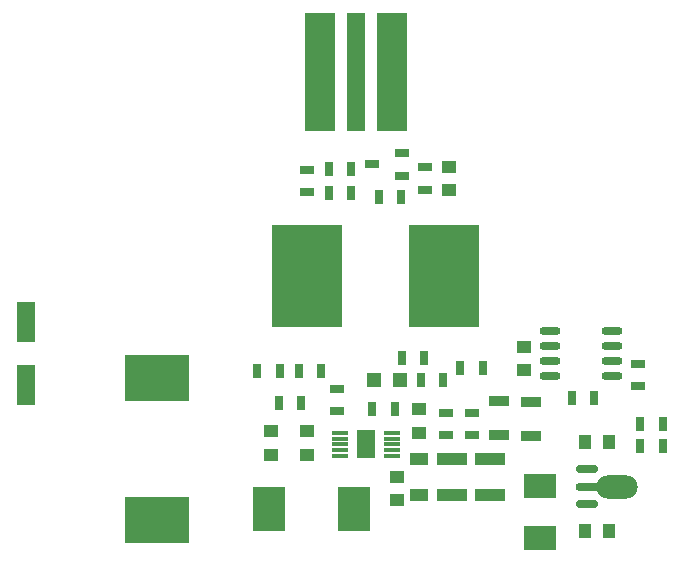
<source format=gbr>
%TF.GenerationSoftware,KiCad,Pcbnew,(5.1.4)-1*%
%TF.CreationDate,2020-02-28T22:37:56+08:00*%
%TF.ProjectId,power,706f7765-722e-46b6-9963-61645f706362,rev?*%
%TF.SameCoordinates,Original*%
%TF.FileFunction,Paste,Top*%
%TF.FilePolarity,Positive*%
%FSLAX46Y46*%
G04 Gerber Fmt 4.6, Leading zero omitted, Abs format (unit mm)*
G04 Created by KiCad (PCBNEW (5.1.4)-1) date 2020-02-28 22:37:56*
%MOMM*%
%LPD*%
G04 APERTURE LIST*
%ADD10R,1.000000X1.250000*%
%ADD11R,2.794000X3.810000*%
%ADD12R,1.650000X2.380000*%
%ADD13R,1.450000X0.300000*%
%ADD14O,1.800000X0.700000*%
%ADD15O,1.900000X0.700000*%
%ADD16O,3.500000X2.000000*%
%ADD17O,2.100000X0.700000*%
%ADD18R,1.300000X0.700000*%
%ADD19R,0.700000X1.300000*%
%ADD20R,6.000000X8.750000*%
%ADD21R,2.500000X10.000000*%
%ADD22R,1.600000X10.000000*%
%ADD23R,1.250000X0.700000*%
%ADD24R,5.400000X3.900000*%
%ADD25R,1.700000X0.900000*%
%ADD26R,1.200000X1.200000*%
%ADD27R,2.743000X2.159000*%
%ADD28R,1.600000X3.500000*%
%ADD29R,1.250000X1.000000*%
%ADD30R,2.500000X1.000000*%
%ADD31R,1.600000X1.000000*%
G04 APERTURE END LIST*
D10*
X75345000Y-64803000D03*
X73345000Y-64803000D03*
D11*
X46631500Y-63000000D03*
X53768500Y-63000000D03*
D12*
X54800000Y-57500001D03*
D13*
X52600000Y-58500001D03*
X52600000Y-58000001D03*
X52600000Y-57500001D03*
X52600000Y-57000001D03*
X57000000Y-56500001D03*
X57000000Y-57000001D03*
X57000000Y-57500001D03*
X57000000Y-58000001D03*
X52600000Y-56500001D03*
X57000000Y-58500001D03*
D14*
X75600000Y-47895000D03*
X75600000Y-49165000D03*
X75600000Y-50435000D03*
X75600000Y-51705000D03*
X70400000Y-51705000D03*
X70400000Y-50435000D03*
X70400000Y-49165000D03*
X70400000Y-47895000D03*
D15*
X73545000Y-62574000D03*
D16*
X76045000Y-61074000D03*
D17*
X73645000Y-61074000D03*
D15*
X73545000Y-59574000D03*
D18*
X52324000Y-54671000D03*
X52324000Y-52771000D03*
D19*
X51000000Y-51250000D03*
X49100000Y-51250000D03*
X47500000Y-51250000D03*
X45600000Y-51250000D03*
X61350000Y-52070000D03*
X59450000Y-52070000D03*
X57850000Y-50200000D03*
X59750000Y-50200000D03*
X55350000Y-54500000D03*
X57250000Y-54500000D03*
X47437000Y-53975000D03*
X49337000Y-53975000D03*
D20*
X61400000Y-43250000D03*
X49800000Y-43250000D03*
D19*
X62804000Y-51054000D03*
X64704000Y-51054000D03*
D18*
X61550000Y-54800000D03*
X61550000Y-56700000D03*
X63800000Y-54800000D03*
X63800000Y-56700000D03*
D19*
X74150000Y-53600000D03*
X72250000Y-53600000D03*
D18*
X77800000Y-52550000D03*
X77800000Y-50650000D03*
D19*
X53550000Y-36200000D03*
X51650000Y-36200000D03*
D18*
X59800000Y-35950000D03*
X59800000Y-34050000D03*
X49800000Y-36150000D03*
X49800000Y-34250000D03*
D19*
X51650000Y-34200000D03*
X53550000Y-34200000D03*
X55913000Y-36528000D03*
X57813000Y-36528000D03*
X78044000Y-57658000D03*
X79944000Y-57658000D03*
X79944000Y-55753000D03*
X78044000Y-55753000D03*
D21*
X57050000Y-26000000D03*
D22*
X54000000Y-26000000D03*
D21*
X50950000Y-26000000D03*
D23*
X55350000Y-33800000D03*
X57850000Y-32850000D03*
X57850000Y-34750000D03*
D24*
X37084000Y-63912000D03*
X37084000Y-51912000D03*
D25*
X66050000Y-56700000D03*
X66050000Y-53800000D03*
X68801000Y-53874000D03*
X68801000Y-56774000D03*
D26*
X55500000Y-52070000D03*
X57700000Y-52070000D03*
D27*
X69563000Y-65408000D03*
X69563000Y-60988000D03*
D28*
X26000000Y-47100000D03*
X26000000Y-52500000D03*
D29*
X57404000Y-60230000D03*
X57404000Y-62230000D03*
X59300001Y-54500000D03*
X59300001Y-56500000D03*
X46800001Y-58373000D03*
X46800001Y-56373000D03*
X49784000Y-58373000D03*
X49784000Y-56373000D03*
X68200000Y-51219000D03*
X68200000Y-49219000D03*
D30*
X65300000Y-61754000D03*
X65300000Y-58754000D03*
X62050000Y-61754000D03*
X62050000Y-58754000D03*
D31*
X59300001Y-61754000D03*
X59300001Y-58754000D03*
D10*
X75345000Y-57274000D03*
X73345000Y-57274000D03*
D29*
X61800000Y-36000000D03*
X61800000Y-34000000D03*
M02*

</source>
